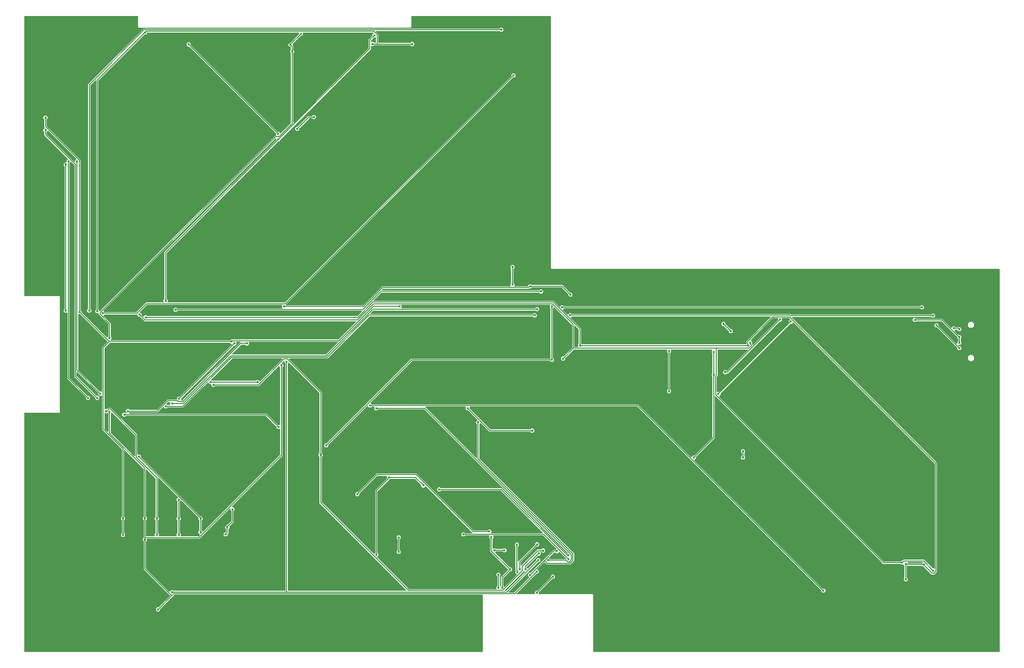
<source format=gbr>
G04 EAGLE Gerber RS-274X export*
G75*
%MOMM*%
%FSLAX34Y34*%
%LPD*%
%INBottom Copper*%
%IPPOS*%
%AMOC8*
5,1,8,0,0,1.08239X$1,22.5*%
G01*
G04 Define Apertures*
%ADD10C,0.150000*%
%ADD11C,0.452400*%
G36*
X799635Y2060D02*
X799338Y2000D01*
X2762Y2000D01*
X2487Y2051D01*
X2232Y2215D01*
X2060Y2465D01*
X2000Y2762D01*
X2000Y418338D01*
X2051Y418613D01*
X2215Y418868D01*
X2465Y419040D01*
X2762Y419100D01*
X63448Y419100D01*
X63488Y419106D01*
X63491Y419107D01*
X63500Y419162D01*
X63500Y427204D01*
X63556Y427490D01*
X63604Y427562D01*
X63604Y613788D01*
X63560Y613852D01*
X63500Y614150D01*
X63500Y622248D01*
X63494Y622288D01*
X63493Y622291D01*
X63438Y622300D01*
X2762Y622300D01*
X2487Y622351D01*
X2232Y622515D01*
X2060Y622765D01*
X2000Y623062D01*
X2000Y1109238D01*
X2051Y1109513D01*
X2215Y1109768D01*
X2465Y1109940D01*
X2762Y1110000D01*
X199256Y1110000D01*
X199531Y1109949D01*
X199786Y1109785D01*
X199958Y1109535D01*
X200018Y1109238D01*
X200018Y1091056D01*
X201636Y1089438D01*
X674244Y1089438D01*
X675862Y1091056D01*
X675862Y1109238D01*
X675913Y1109513D01*
X676077Y1109768D01*
X676327Y1109940D01*
X676624Y1110000D01*
X918476Y1110000D01*
X918751Y1109949D01*
X919006Y1109785D01*
X919178Y1109535D01*
X919238Y1109238D01*
X919238Y670856D01*
X920856Y669238D01*
X1699238Y669238D01*
X1699513Y669187D01*
X1699768Y669023D01*
X1699940Y668773D01*
X1700000Y668476D01*
X1700000Y2762D01*
X1699949Y2487D01*
X1699785Y2232D01*
X1699535Y2060D01*
X1699238Y2000D01*
X993524Y2000D01*
X993249Y2051D01*
X992994Y2215D01*
X992822Y2465D01*
X992762Y2762D01*
X992762Y100838D01*
X992813Y101113D01*
X992977Y101368D01*
X993227Y101540D01*
X993524Y101600D01*
X992622Y101600D01*
X992336Y101656D01*
X992083Y101823D01*
X991144Y102762D01*
X898312Y102762D01*
X898037Y102813D01*
X897781Y102977D01*
X897610Y103227D01*
X897550Y103524D01*
X897550Y105620D01*
X897605Y105906D01*
X897773Y106158D01*
X921512Y129897D01*
X921753Y130060D01*
X922050Y130121D01*
X923873Y130121D01*
X925942Y132190D01*
X925942Y135116D01*
X923873Y137185D01*
X920947Y137185D01*
X918878Y135116D01*
X918878Y133293D01*
X918822Y133007D01*
X918655Y132754D01*
X894916Y109015D01*
X894674Y108852D01*
X894377Y108792D01*
X892555Y108792D01*
X890486Y106723D01*
X890486Y103524D01*
X890434Y103249D01*
X890271Y102994D01*
X890021Y102822D01*
X889724Y102762D01*
X859513Y102762D01*
X859250Y102809D01*
X858992Y102968D01*
X858817Y103216D01*
X858751Y103512D01*
X858807Y103810D01*
X858975Y104063D01*
X893119Y138207D01*
X893361Y138370D01*
X893658Y138431D01*
X895481Y138431D01*
X897550Y140500D01*
X897550Y143426D01*
X895366Y145609D01*
X895208Y145840D01*
X895143Y146136D01*
X895198Y146434D01*
X895366Y146687D01*
X906982Y158303D01*
X907213Y158461D01*
X907509Y158526D01*
X907807Y158471D01*
X908060Y158303D01*
X911878Y154485D01*
X953024Y154485D01*
X959055Y160516D01*
X959055Y173962D01*
X794463Y338554D01*
X794300Y338795D01*
X794240Y339092D01*
X794240Y399052D01*
X794296Y399338D01*
X794463Y399591D01*
X795867Y400994D01*
X796097Y401152D01*
X796393Y401217D01*
X796691Y401162D01*
X796944Y400994D01*
X812158Y385780D01*
X883109Y385780D01*
X883395Y385724D01*
X883648Y385557D01*
X884937Y384268D01*
X887863Y384268D01*
X889932Y386337D01*
X889932Y389263D01*
X887863Y391332D01*
X884937Y391332D01*
X883648Y390043D01*
X883407Y389880D01*
X883109Y389820D01*
X814147Y389820D01*
X813861Y389876D01*
X813609Y390043D01*
X777970Y425682D01*
X777807Y425923D01*
X777747Y426220D01*
X777747Y428043D01*
X777683Y428107D01*
X777530Y428326D01*
X777461Y428621D01*
X777511Y428920D01*
X777675Y429176D01*
X777925Y429347D01*
X778222Y429408D01*
X1069453Y429408D01*
X1069739Y429352D01*
X1069991Y429184D01*
X1389555Y109621D01*
X1389718Y109379D01*
X1389778Y109082D01*
X1389778Y107260D01*
X1391847Y105191D01*
X1394773Y105191D01*
X1396842Y107260D01*
X1396842Y110186D01*
X1394773Y112255D01*
X1392950Y112255D01*
X1392664Y112310D01*
X1392412Y112478D01*
X1168903Y335986D01*
X1168745Y336216D01*
X1168680Y336512D01*
X1168736Y336811D01*
X1168903Y337063D01*
X1171087Y339247D01*
X1171087Y341070D01*
X1171143Y341356D01*
X1171310Y341608D01*
X1204200Y374498D01*
X1204200Y446871D01*
X1204247Y447134D01*
X1204406Y447393D01*
X1204654Y447568D01*
X1204950Y447633D01*
X1205248Y447577D01*
X1205501Y447410D01*
X1497041Y155870D01*
X1527134Y155870D01*
X1527420Y155814D01*
X1527673Y155647D01*
X1528962Y154358D01*
X1531888Y154358D01*
X1531964Y154434D01*
X1532194Y154592D01*
X1532490Y154657D01*
X1532788Y154601D01*
X1533041Y154434D01*
X1534414Y153061D01*
X1534577Y152819D01*
X1534638Y152522D01*
X1534638Y132096D01*
X1534582Y131810D01*
X1534414Y131557D01*
X1533126Y130268D01*
X1533126Y127342D01*
X1535195Y125273D01*
X1538121Y125273D01*
X1540190Y127342D01*
X1540190Y130268D01*
X1538901Y131557D01*
X1538738Y131798D01*
X1538678Y132096D01*
X1538678Y151646D01*
X1538729Y151920D01*
X1538892Y152176D01*
X1539142Y152347D01*
X1539440Y152408D01*
X1564529Y152408D01*
X1564815Y152352D01*
X1565068Y152184D01*
X1566357Y150896D01*
X1567487Y150896D01*
X1567773Y150840D01*
X1568026Y150672D01*
X1581526Y137173D01*
X1586662Y137173D01*
X1591308Y141818D01*
X1591308Y331852D01*
X1338548Y584612D01*
X1338395Y584831D01*
X1338325Y585126D01*
X1338376Y585425D01*
X1338539Y585681D01*
X1338789Y585852D01*
X1339086Y585913D01*
X1581149Y585913D01*
X1581435Y585857D01*
X1581688Y585689D01*
X1582977Y584401D01*
X1585903Y584401D01*
X1587972Y586470D01*
X1587972Y589396D01*
X1585903Y591465D01*
X1582977Y591465D01*
X1581688Y590176D01*
X1581447Y590013D01*
X1581149Y589953D01*
X1337677Y589953D01*
X1337391Y590008D01*
X1337139Y590176D01*
X1336669Y590645D01*
X955478Y590645D01*
X955192Y590701D01*
X954939Y590868D01*
X953651Y592157D01*
X950725Y592157D01*
X948541Y589973D01*
X948310Y589815D01*
X948014Y589750D01*
X947716Y589806D01*
X947463Y589973D01*
X939686Y597751D01*
X939528Y597981D01*
X939463Y598277D01*
X939518Y598576D01*
X939686Y598828D01*
X941089Y600232D01*
X941331Y600395D01*
X941628Y600455D01*
X1561759Y600455D01*
X1562045Y600399D01*
X1562298Y600232D01*
X1563587Y598943D01*
X1566513Y598943D01*
X1568582Y601012D01*
X1568582Y603938D01*
X1566513Y606007D01*
X1563587Y606007D01*
X1562298Y604718D01*
X1562057Y604555D01*
X1561759Y604495D01*
X941628Y604495D01*
X941342Y604551D01*
X941089Y604718D01*
X939801Y606007D01*
X936875Y606007D01*
X934691Y603823D01*
X934460Y603665D01*
X934164Y603600D01*
X933866Y603656D01*
X933613Y603823D01*
X923939Y613498D01*
X611269Y613498D01*
X611006Y613544D01*
X610747Y613704D01*
X610572Y613951D01*
X610507Y614247D01*
X610563Y614545D01*
X610730Y614798D01*
X623864Y627932D01*
X624105Y628095D01*
X624402Y628155D01*
X898344Y628155D01*
X898630Y628099D01*
X898883Y627932D01*
X900172Y626643D01*
X903098Y626643D01*
X905167Y628712D01*
X905167Y631638D01*
X903098Y633707D01*
X900172Y633707D01*
X898883Y632418D01*
X898642Y632255D01*
X898344Y632195D01*
X625811Y632195D01*
X625548Y632242D01*
X625290Y632401D01*
X625115Y632649D01*
X625049Y632945D01*
X625105Y633243D01*
X625273Y633496D01*
X626634Y634857D01*
X626875Y635020D01*
X627172Y635080D01*
X881004Y635080D01*
X881347Y635422D01*
X881588Y635585D01*
X881885Y635646D01*
X884401Y635646D01*
X885689Y636934D01*
X885931Y637097D01*
X886228Y637158D01*
X937185Y637158D01*
X937471Y637102D01*
X937724Y636934D01*
X949125Y625533D01*
X949288Y625292D01*
X949348Y624995D01*
X949348Y623172D01*
X951417Y621103D01*
X954343Y621103D01*
X956412Y623172D01*
X956412Y626098D01*
X954343Y628167D01*
X952520Y628167D01*
X952234Y628223D01*
X951982Y628390D01*
X939174Y641198D01*
X886228Y641198D01*
X885942Y641253D01*
X885689Y641421D01*
X884401Y642710D01*
X881475Y642710D01*
X879406Y640641D01*
X879406Y639882D01*
X879354Y639607D01*
X879191Y639352D01*
X878941Y639180D01*
X878644Y639120D01*
X855782Y639120D01*
X855519Y639167D01*
X855261Y639326D01*
X855085Y639574D01*
X855020Y639870D01*
X855076Y640168D01*
X855243Y640421D01*
X855307Y640485D01*
X855307Y643411D01*
X854018Y644699D01*
X853855Y644941D01*
X853795Y645238D01*
X853795Y669127D01*
X853851Y669413D01*
X854018Y669666D01*
X855307Y670955D01*
X855307Y673881D01*
X853238Y675950D01*
X850312Y675950D01*
X848243Y673881D01*
X848243Y670955D01*
X849532Y669666D01*
X849695Y669424D01*
X849755Y669127D01*
X849755Y645238D01*
X849699Y644952D01*
X849532Y644699D01*
X848243Y643411D01*
X848243Y640485D01*
X848307Y640421D01*
X848460Y640201D01*
X848530Y639906D01*
X848479Y639607D01*
X848315Y639352D01*
X848065Y639180D01*
X847768Y639120D01*
X625183Y639120D01*
X592166Y606103D01*
X591925Y605940D01*
X591628Y605880D01*
X458226Y605880D01*
X457963Y605927D01*
X457705Y606086D01*
X457530Y606334D01*
X457464Y606630D01*
X457520Y606928D01*
X457688Y607181D01*
X852954Y1002447D01*
X853196Y1002610D01*
X853493Y1002671D01*
X855316Y1002671D01*
X857385Y1004740D01*
X857385Y1007666D01*
X855316Y1009735D01*
X852390Y1009735D01*
X850321Y1007666D01*
X850321Y1005843D01*
X850265Y1005557D01*
X850097Y1005304D01*
X455744Y610951D01*
X455502Y610788D01*
X455205Y610728D01*
X251922Y610728D01*
X251659Y610774D01*
X251401Y610934D01*
X251225Y611181D01*
X251160Y611477D01*
X251216Y611775D01*
X251383Y612028D01*
X251447Y612092D01*
X251447Y615018D01*
X250158Y616307D01*
X249995Y616548D01*
X249935Y616846D01*
X249935Y696888D01*
X249991Y697174D01*
X250158Y697426D01*
X443687Y890955D01*
X443928Y891118D01*
X444225Y891178D01*
X445356Y891178D01*
X447425Y893247D01*
X447425Y894377D01*
X447480Y894663D01*
X447648Y894916D01*
X605188Y1052456D01*
X605188Y1056903D01*
X605234Y1057166D01*
X605394Y1057424D01*
X605641Y1057600D01*
X605937Y1057665D01*
X606235Y1057609D01*
X606488Y1057442D01*
X606552Y1057378D01*
X609478Y1057378D01*
X610767Y1058667D01*
X611008Y1058830D01*
X611306Y1058890D01*
X673974Y1058890D01*
X674260Y1058834D01*
X674513Y1058667D01*
X675802Y1057378D01*
X678728Y1057378D01*
X680797Y1059447D01*
X680797Y1062373D01*
X678728Y1064442D01*
X675802Y1064442D01*
X674513Y1063153D01*
X674272Y1062990D01*
X673974Y1062930D01*
X619107Y1062930D01*
X618832Y1062981D01*
X618577Y1063145D01*
X618405Y1063395D01*
X618345Y1063692D01*
X618345Y1078367D01*
X614193Y1082519D01*
X614040Y1082739D01*
X613970Y1083034D01*
X614021Y1083333D01*
X614184Y1083588D01*
X614434Y1083760D01*
X614731Y1083820D01*
X829094Y1083820D01*
X829380Y1083764D01*
X829633Y1083597D01*
X830922Y1082308D01*
X833848Y1082308D01*
X835917Y1084377D01*
X835917Y1087303D01*
X833848Y1089372D01*
X830922Y1089372D01*
X829633Y1088083D01*
X829392Y1087920D01*
X829094Y1087860D01*
X209683Y1087860D01*
X112935Y991112D01*
X112935Y600226D01*
X112879Y599940D01*
X112712Y599687D01*
X111423Y598398D01*
X111423Y595472D01*
X113492Y593403D01*
X116418Y593403D01*
X118487Y595472D01*
X118487Y598398D01*
X117198Y599687D01*
X117035Y599928D01*
X116975Y600226D01*
X116975Y989123D01*
X117031Y989409D01*
X117198Y989661D01*
X125484Y997947D01*
X125704Y998100D01*
X125999Y998170D01*
X126298Y998119D01*
X126553Y997956D01*
X126725Y997706D01*
X126785Y997409D01*
X126785Y598841D01*
X126729Y598555D01*
X126562Y598302D01*
X125273Y597013D01*
X125273Y594087D01*
X127342Y592018D01*
X130268Y592018D01*
X130332Y592082D01*
X130551Y592235D01*
X130846Y592305D01*
X131145Y592254D01*
X131401Y592090D01*
X131572Y591840D01*
X131633Y591543D01*
X131633Y589866D01*
X148029Y573469D01*
X148192Y573227D01*
X148253Y572930D01*
X148253Y552443D01*
X148197Y552157D01*
X148029Y551904D01*
X146741Y550616D01*
X146741Y550456D01*
X146694Y550193D01*
X146534Y549934D01*
X146287Y549759D01*
X145991Y549694D01*
X145693Y549750D01*
X145440Y549917D01*
X102090Y593267D01*
X101927Y593508D01*
X101867Y593805D01*
X101867Y595628D01*
X100578Y596917D01*
X100415Y597158D01*
X100355Y597456D01*
X100355Y858844D01*
X41023Y918176D01*
X40860Y918418D01*
X40800Y918715D01*
X40800Y929507D01*
X40856Y929793D01*
X41023Y930046D01*
X42312Y931335D01*
X42312Y934261D01*
X40243Y936330D01*
X37317Y936330D01*
X35248Y934261D01*
X35248Y931335D01*
X36537Y930046D01*
X36700Y929804D01*
X36760Y929507D01*
X36760Y916726D01*
X37432Y916054D01*
X37590Y915824D01*
X37655Y915528D01*
X37599Y915229D01*
X37432Y914977D01*
X35248Y912793D01*
X35248Y909867D01*
X36537Y908578D01*
X36700Y908337D01*
X36760Y908039D01*
X36760Y902183D01*
X38166Y900777D01*
X77597Y861347D01*
X77755Y861116D01*
X77820Y860820D01*
X77764Y860522D01*
X77597Y860269D01*
X75413Y858086D01*
X75413Y855377D01*
X75362Y855102D01*
X75198Y854846D01*
X74948Y854675D01*
X74651Y854615D01*
X72635Y854615D01*
X70566Y852546D01*
X70566Y849620D01*
X71854Y848331D01*
X72017Y848089D01*
X72078Y847792D01*
X72078Y600226D01*
X72022Y599940D01*
X71854Y599687D01*
X70566Y598398D01*
X70566Y595472D01*
X72635Y593403D01*
X75561Y593403D01*
X75624Y593467D01*
X75844Y593620D01*
X76139Y593690D01*
X76438Y593639D01*
X76693Y593475D01*
X76865Y593225D01*
X76925Y592928D01*
X76925Y477681D01*
X109122Y445483D01*
X109285Y445242D01*
X109346Y444945D01*
X109346Y443122D01*
X111415Y441053D01*
X114341Y441053D01*
X116410Y443122D01*
X116410Y446048D01*
X114341Y448117D01*
X112518Y448117D01*
X112232Y448173D01*
X111979Y448340D01*
X81188Y479131D01*
X81025Y479373D01*
X80965Y479670D01*
X80965Y853332D01*
X81021Y853618D01*
X81188Y853871D01*
X82592Y855274D01*
X82822Y855432D01*
X83118Y855497D01*
X83416Y855442D01*
X83669Y855274D01*
X88474Y850469D01*
X88637Y850227D01*
X88698Y849930D01*
X88698Y481836D01*
X125050Y445483D01*
X125213Y445242D01*
X125273Y444945D01*
X125273Y443122D01*
X127342Y441053D01*
X130268Y441053D01*
X132337Y443122D01*
X132337Y446048D01*
X130268Y448117D01*
X128445Y448117D01*
X128159Y448173D01*
X127907Y448340D01*
X92961Y483286D01*
X92798Y483528D01*
X92738Y483825D01*
X92738Y489114D01*
X92784Y489377D01*
X92944Y489635D01*
X93191Y489810D01*
X93487Y489876D01*
X93785Y489820D01*
X94038Y489652D01*
X130590Y453101D01*
X130753Y452859D01*
X130813Y452562D01*
X130813Y450740D01*
X132882Y448671D01*
X135808Y448671D01*
X135872Y448734D01*
X136091Y448887D01*
X136386Y448957D01*
X136685Y448906D01*
X136941Y448743D01*
X137112Y448493D01*
X137173Y448195D01*
X137173Y389733D01*
X171574Y355331D01*
X171737Y355090D01*
X171798Y354793D01*
X171798Y238048D01*
X171742Y237762D01*
X171574Y237509D01*
X170286Y236221D01*
X170286Y233295D01*
X171574Y232006D01*
X171737Y231764D01*
X171798Y231467D01*
X171798Y209656D01*
X171742Y209370D01*
X171574Y209117D01*
X170286Y207828D01*
X170286Y204902D01*
X172355Y202833D01*
X175281Y202833D01*
X177350Y204902D01*
X177350Y207828D01*
X176061Y209117D01*
X175898Y209358D01*
X175838Y209656D01*
X175838Y231467D01*
X175893Y231753D01*
X176061Y232006D01*
X177350Y233295D01*
X177350Y236221D01*
X176061Y237509D01*
X175898Y237751D01*
X175838Y238048D01*
X175838Y353384D01*
X175884Y353647D01*
X176044Y353905D01*
X176291Y354080D01*
X176587Y354146D01*
X176885Y354090D01*
X177138Y353922D01*
X209662Y321399D01*
X209825Y321157D01*
X209885Y320860D01*
X209885Y238048D01*
X209829Y237762D01*
X209662Y237509D01*
X208373Y236221D01*
X208373Y233295D01*
X209662Y232006D01*
X209825Y231764D01*
X209885Y231467D01*
X209885Y201346D01*
X209829Y201060D01*
X209662Y200807D01*
X208373Y199518D01*
X208373Y196592D01*
X209662Y195303D01*
X209825Y195062D01*
X209885Y194764D01*
X209885Y145973D01*
X255253Y100605D01*
X255411Y100375D01*
X255476Y100078D01*
X255421Y99780D01*
X255253Y99527D01*
X235656Y79930D01*
X235414Y79767D01*
X235117Y79707D01*
X233295Y79707D01*
X231226Y77638D01*
X231226Y74712D01*
X233295Y72643D01*
X236221Y72643D01*
X238290Y74712D01*
X238290Y76535D01*
X238345Y76821D01*
X238513Y77073D01*
X263071Y101632D01*
X263313Y101795D01*
X263610Y101855D01*
X799338Y101855D01*
X799613Y101804D01*
X799868Y101640D01*
X800040Y101390D01*
X800100Y101093D01*
X800100Y2762D01*
X800049Y2487D01*
X799885Y2232D01*
X799635Y2060D01*
G37*
%LPC*%
G36*
X475670Y909876D02*
X478596Y909876D01*
X480665Y911945D01*
X480665Y913767D01*
X480720Y914053D01*
X480888Y914306D01*
X497829Y931247D01*
X498070Y931410D01*
X498367Y931470D01*
X502927Y931470D01*
X503213Y931414D01*
X503466Y931247D01*
X504755Y929958D01*
X507681Y929958D01*
X509750Y932027D01*
X509750Y934953D01*
X507681Y937022D01*
X504755Y937022D01*
X503466Y935733D01*
X503224Y935570D01*
X502927Y935510D01*
X496378Y935510D01*
X478031Y917163D01*
X477789Y917000D01*
X477492Y916940D01*
X475670Y916940D01*
X473601Y914871D01*
X473601Y911945D01*
X475670Y909876D01*
G37*
G36*
X1628682Y527616D02*
X1631608Y527616D01*
X1633677Y529685D01*
X1633677Y532611D01*
X1631608Y534680D01*
X1629785Y534680D01*
X1629499Y534735D01*
X1629247Y534903D01*
X1628140Y536010D01*
X1627987Y536229D01*
X1627917Y536524D01*
X1627968Y536823D01*
X1628131Y537079D01*
X1628381Y537250D01*
X1628678Y537311D01*
X1631608Y537311D01*
X1633677Y539380D01*
X1633677Y542306D01*
X1632388Y543594D01*
X1632225Y543836D01*
X1632165Y544133D01*
X1632165Y547247D01*
X1632221Y547533D01*
X1632388Y547786D01*
X1633677Y549075D01*
X1633677Y552001D01*
X1631608Y554070D01*
X1629093Y554070D01*
X1628807Y554125D01*
X1628554Y554293D01*
X1621798Y561048D01*
X1621640Y561279D01*
X1621575Y561575D01*
X1621631Y561873D01*
X1621798Y562126D01*
X1623202Y563529D01*
X1623443Y563692D01*
X1623741Y563753D01*
X1625851Y563753D01*
X1626126Y563701D01*
X1626381Y563538D01*
X1626553Y563288D01*
X1626613Y562991D01*
X1626613Y562925D01*
X1628682Y560856D01*
X1631608Y560856D01*
X1633677Y562925D01*
X1633677Y565851D01*
X1631608Y567920D01*
X1628636Y567920D01*
X1628537Y567853D01*
X1628239Y567793D01*
X1623741Y567793D01*
X1623455Y567848D01*
X1623202Y568016D01*
X1621913Y569305D01*
X1618987Y569305D01*
X1616803Y567121D01*
X1616573Y566963D01*
X1616277Y566898D01*
X1615979Y566953D01*
X1615726Y567121D01*
X1600512Y582335D01*
X1555876Y582335D01*
X1555590Y582391D01*
X1555337Y582558D01*
X1554048Y583847D01*
X1551122Y583847D01*
X1549053Y581778D01*
X1549053Y578852D01*
X1551122Y576783D01*
X1554048Y576783D01*
X1555337Y578072D01*
X1555578Y578235D01*
X1555876Y578295D01*
X1598523Y578295D01*
X1598809Y578239D01*
X1599061Y578072D01*
X1626390Y550743D01*
X1626553Y550502D01*
X1626613Y550205D01*
X1626613Y549075D01*
X1627902Y547786D01*
X1628065Y547544D01*
X1628125Y547247D01*
X1628125Y544133D01*
X1628069Y543847D01*
X1627902Y543594D01*
X1626613Y542306D01*
X1626613Y539376D01*
X1626566Y539113D01*
X1626407Y538854D01*
X1626159Y538679D01*
X1625863Y538614D01*
X1625565Y538670D01*
X1625312Y538837D01*
X1593735Y570414D01*
X1593572Y570656D01*
X1593512Y570953D01*
X1593512Y572776D01*
X1591443Y574845D01*
X1588517Y574845D01*
X1586448Y572776D01*
X1586448Y569850D01*
X1588517Y567781D01*
X1590340Y567781D01*
X1590626Y567725D01*
X1590878Y567557D01*
X1626390Y532046D01*
X1626553Y531804D01*
X1626613Y531507D01*
X1626613Y529685D01*
X1628682Y527616D01*
G37*
G36*
X1648195Y566650D02*
X1652545Y566650D01*
X1655620Y569725D01*
X1655620Y574075D01*
X1652545Y577150D01*
X1648195Y577150D01*
X1645120Y574075D01*
X1645120Y569725D01*
X1648195Y566650D01*
G37*
G36*
X1648195Y508850D02*
X1652545Y508850D01*
X1655620Y511925D01*
X1655620Y516275D01*
X1652545Y519350D01*
X1648195Y519350D01*
X1645120Y516275D01*
X1645120Y511925D01*
X1648195Y508850D01*
G37*
G36*
X1251962Y337178D02*
X1254888Y337178D01*
X1256957Y339247D01*
X1256957Y342173D01*
X1255668Y343462D01*
X1255505Y343703D01*
X1255445Y344001D01*
X1255445Y348499D01*
X1255501Y348785D01*
X1255668Y349038D01*
X1256957Y350327D01*
X1256957Y353253D01*
X1254888Y355322D01*
X1251962Y355322D01*
X1249893Y353253D01*
X1249893Y350327D01*
X1251182Y349038D01*
X1251345Y348797D01*
X1251405Y348499D01*
X1251405Y344001D01*
X1251349Y343715D01*
X1251182Y343462D01*
X1249893Y342173D01*
X1249893Y339247D01*
X1251962Y337178D01*
G37*
%LPD*%
G36*
X471231Y924280D02*
X470936Y924210D01*
X470637Y924261D01*
X470382Y924424D01*
X470210Y924674D01*
X470150Y924971D01*
X470150Y1045154D01*
X470206Y1045440D01*
X470373Y1045693D01*
X471662Y1046982D01*
X471662Y1049908D01*
X470373Y1051197D01*
X470210Y1051438D01*
X470150Y1051736D01*
X470150Y1057592D01*
X469115Y1058627D01*
X468952Y1058868D01*
X468892Y1059165D01*
X468892Y1060577D01*
X468948Y1060863D01*
X469115Y1061116D01*
X482467Y1074467D01*
X482708Y1074630D01*
X483005Y1074691D01*
X484828Y1074691D01*
X486897Y1076760D01*
X486897Y1079686D01*
X486833Y1079749D01*
X486680Y1079969D01*
X486611Y1080264D01*
X486661Y1080563D01*
X486825Y1080818D01*
X487075Y1080990D01*
X487372Y1081050D01*
X609548Y1081050D01*
X609811Y1081003D01*
X610069Y1080844D01*
X610245Y1080596D01*
X610310Y1080300D01*
X610254Y1080002D01*
X610087Y1079749D01*
X607946Y1077608D01*
X607946Y1075785D01*
X607890Y1075499D01*
X607722Y1075247D01*
X601148Y1068672D01*
X601148Y1054445D01*
X601092Y1054159D01*
X600924Y1053906D01*
X471451Y924433D01*
X471231Y924280D01*
G37*
G36*
X133418Y596162D02*
X133123Y596092D01*
X132824Y596143D01*
X132569Y596306D01*
X132397Y596556D01*
X132337Y596853D01*
X132337Y597013D01*
X131048Y598302D01*
X130885Y598543D01*
X130825Y598841D01*
X130825Y996740D01*
X130881Y997026D01*
X131048Y997279D01*
X211007Y1077237D01*
X211248Y1077400D01*
X211545Y1077461D01*
X213368Y1077461D01*
X215437Y1079530D01*
X215437Y1080288D01*
X215488Y1080563D01*
X215652Y1080818D01*
X215902Y1080990D01*
X216199Y1081050D01*
X479358Y1081050D01*
X479621Y1081003D01*
X479879Y1080844D01*
X480055Y1080596D01*
X480120Y1080300D01*
X480064Y1080002D01*
X479897Y1079749D01*
X479833Y1079686D01*
X479833Y1077863D01*
X479777Y1077577D01*
X479610Y1077324D01*
X465566Y1063280D01*
X465324Y1063117D01*
X465027Y1063057D01*
X463897Y1063057D01*
X461828Y1060988D01*
X461828Y1058062D01*
X463897Y1055993D01*
X465348Y1055993D01*
X465623Y1055942D01*
X465878Y1055778D01*
X466050Y1055528D01*
X466110Y1055231D01*
X466110Y1051736D01*
X466054Y1051450D01*
X465887Y1051197D01*
X464598Y1049908D01*
X464598Y1046982D01*
X465887Y1045693D01*
X466050Y1045452D01*
X466110Y1045154D01*
X466110Y923562D01*
X466054Y923276D01*
X465887Y923024D01*
X448617Y905753D01*
X448386Y905595D01*
X448090Y905530D01*
X447792Y905586D01*
X447539Y905753D01*
X445356Y907937D01*
X443533Y907937D01*
X443247Y907993D01*
X442994Y908160D01*
X291835Y1059319D01*
X291672Y1059561D01*
X291612Y1059858D01*
X291612Y1061681D01*
X289543Y1063750D01*
X286617Y1063750D01*
X284548Y1061681D01*
X284548Y1058755D01*
X286617Y1056686D01*
X288440Y1056686D01*
X288726Y1056630D01*
X288978Y1056462D01*
X440137Y905303D01*
X440300Y905062D01*
X440361Y904765D01*
X440361Y902942D01*
X440424Y902878D01*
X440577Y902659D01*
X440647Y902364D01*
X440596Y902065D01*
X440433Y901809D01*
X440183Y901638D01*
X439885Y901578D01*
X438901Y901578D01*
X133638Y596315D01*
X133418Y596162D01*
G37*
G36*
X613840Y1062990D02*
X613543Y1062930D01*
X611306Y1062930D01*
X611020Y1062986D01*
X610767Y1063153D01*
X609478Y1064442D01*
X606552Y1064442D01*
X606488Y1064378D01*
X606269Y1064225D01*
X605974Y1064156D01*
X605675Y1064206D01*
X605419Y1064370D01*
X605248Y1064620D01*
X605188Y1064917D01*
X605188Y1066683D01*
X605243Y1066969D01*
X605411Y1067221D01*
X610579Y1072390D01*
X610821Y1072553D01*
X611118Y1072613D01*
X612941Y1072613D01*
X613004Y1072677D01*
X613224Y1072830D01*
X613519Y1072900D01*
X613818Y1072849D01*
X614073Y1072685D01*
X614245Y1072435D01*
X614305Y1072138D01*
X614305Y1063692D01*
X614254Y1063417D01*
X614090Y1063162D01*
X613840Y1062990D01*
G37*
G36*
X89502Y855844D02*
X89206Y855779D01*
X88908Y855835D01*
X88655Y856002D01*
X41023Y903634D01*
X40860Y903875D01*
X40800Y904172D01*
X40800Y908039D01*
X40856Y908325D01*
X41023Y908578D01*
X42427Y909982D01*
X42657Y910140D01*
X42953Y910205D01*
X43251Y910149D01*
X43504Y909982D01*
X92139Y861347D01*
X92297Y861116D01*
X92362Y860820D01*
X92307Y860522D01*
X92139Y860269D01*
X89956Y858086D01*
X89956Y856541D01*
X89909Y856278D01*
X89749Y856019D01*
X89502Y855844D01*
G37*
G36*
X197200Y594168D02*
X196903Y594108D01*
X141791Y594108D01*
X141505Y594163D01*
X141252Y594331D01*
X139848Y595734D01*
X139690Y595965D01*
X139625Y596261D01*
X139681Y596559D01*
X139848Y596812D01*
X439060Y896023D01*
X439279Y896176D01*
X439574Y896246D01*
X439873Y896195D01*
X440129Y896032D01*
X440300Y895781D01*
X440361Y895484D01*
X440361Y893658D01*
X440305Y893372D01*
X440137Y893119D01*
X245895Y698877D01*
X245895Y616846D01*
X245839Y616560D01*
X245672Y616307D01*
X244383Y615018D01*
X244383Y612092D01*
X244447Y612028D01*
X244600Y611809D01*
X244670Y611514D01*
X244619Y611215D01*
X244455Y610959D01*
X244205Y610788D01*
X243908Y610728D01*
X213838Y610728D01*
X197441Y594331D01*
X197200Y594168D01*
G37*
G36*
X611063Y172930D02*
X610767Y172865D01*
X610469Y172921D01*
X610216Y173088D01*
X520233Y263071D01*
X520070Y263313D01*
X520010Y263610D01*
X520010Y342267D01*
X520066Y342553D01*
X520233Y342806D01*
X521522Y344095D01*
X521522Y347021D01*
X520233Y348309D01*
X520070Y348551D01*
X520010Y348848D01*
X520010Y455117D01*
X463228Y511899D01*
X463075Y512119D01*
X463005Y512414D01*
X463056Y512713D01*
X463219Y512968D01*
X463469Y513140D01*
X463766Y513200D01*
X529907Y513200D01*
X603089Y586382D01*
X603330Y586545D01*
X603627Y586605D01*
X887264Y586605D01*
X887550Y586549D01*
X887803Y586382D01*
X889092Y585093D01*
X892018Y585093D01*
X894087Y587162D01*
X894087Y590088D01*
X892018Y592157D01*
X889092Y592157D01*
X887803Y590868D01*
X887562Y590705D01*
X887264Y590645D01*
X605036Y590645D01*
X604773Y590692D01*
X604515Y590851D01*
X604340Y591099D01*
X604274Y591395D01*
X604330Y591693D01*
X604498Y591946D01*
X609321Y596769D01*
X609563Y596932D01*
X609860Y596993D01*
X891419Y596993D01*
X891705Y596937D01*
X891958Y596769D01*
X893247Y595481D01*
X896173Y595481D01*
X898242Y597550D01*
X898242Y600476D01*
X896173Y602545D01*
X893247Y602545D01*
X891958Y601256D01*
X891717Y601093D01*
X891419Y601033D01*
X659112Y601033D01*
X658849Y601079D01*
X658591Y601239D01*
X658415Y601486D01*
X658350Y601782D01*
X658406Y602080D01*
X658573Y602333D01*
X658637Y602397D01*
X658637Y605323D01*
X658573Y605387D01*
X658420Y605606D01*
X658351Y605901D01*
X658401Y606200D01*
X658565Y606456D01*
X658815Y606627D01*
X659112Y606688D01*
X916325Y606688D01*
X916589Y606641D01*
X916847Y606481D01*
X917022Y606234D01*
X917087Y605938D01*
X917032Y605640D01*
X916864Y605387D01*
X916801Y605323D01*
X916801Y602397D01*
X918089Y601108D01*
X918252Y600867D01*
X918313Y600569D01*
X918313Y514356D01*
X918257Y514070D01*
X918089Y513817D01*
X917581Y513308D01*
X917339Y513145D01*
X917042Y513085D01*
X675736Y513085D01*
X528583Y365933D01*
X528342Y365770D01*
X528045Y365710D01*
X526222Y365710D01*
X524153Y363641D01*
X524153Y360715D01*
X526222Y358646D01*
X529148Y358646D01*
X531217Y360715D01*
X531217Y362537D01*
X531273Y362823D01*
X531440Y363076D01*
X599027Y430663D01*
X599247Y430816D01*
X599542Y430886D01*
X599841Y430835D01*
X600096Y430672D01*
X600268Y430421D01*
X600328Y430124D01*
X600328Y429965D01*
X602397Y427896D01*
X605323Y427896D01*
X606612Y429184D01*
X606853Y429347D01*
X607151Y429408D01*
X610933Y429408D01*
X611196Y429361D01*
X611454Y429201D01*
X611630Y428954D01*
X611695Y428658D01*
X611639Y428360D01*
X611472Y428107D01*
X611408Y428043D01*
X611408Y425117D01*
X613477Y423048D01*
X616403Y423048D01*
X617692Y424337D01*
X617933Y424500D01*
X618231Y424560D01*
X698273Y424560D01*
X698559Y424504D01*
X698811Y424337D01*
X948069Y175079D01*
X948227Y174849D01*
X948292Y174553D01*
X948237Y174254D01*
X948069Y174002D01*
X947848Y173781D01*
X947618Y173623D01*
X947322Y173558D01*
X947024Y173613D01*
X946771Y173781D01*
X834628Y285924D01*
X833222Y287330D01*
X727646Y287330D01*
X727360Y287386D01*
X727107Y287553D01*
X725818Y288842D01*
X722892Y288842D01*
X720823Y286773D01*
X720823Y283847D01*
X722892Y281778D01*
X725818Y281778D01*
X727107Y283067D01*
X727348Y283230D01*
X727646Y283290D01*
X831233Y283290D01*
X831519Y283234D01*
X831771Y283067D01*
X904460Y210378D01*
X904613Y210159D01*
X904683Y209864D01*
X904632Y209565D01*
X904469Y209309D01*
X904218Y209138D01*
X903921Y209078D01*
X815617Y209078D01*
X815354Y209124D01*
X815096Y209284D01*
X814920Y209531D01*
X814855Y209827D01*
X814911Y210125D01*
X815078Y210378D01*
X815142Y210442D01*
X815142Y213368D01*
X813073Y215437D01*
X810147Y215437D01*
X808858Y214148D01*
X808617Y213985D01*
X808319Y213925D01*
X784370Y213925D01*
X784084Y213981D01*
X783831Y214148D01*
X685027Y312953D01*
X614796Y312953D01*
X582598Y280755D01*
X582357Y280592D01*
X582060Y280532D01*
X580237Y280532D01*
X578168Y278463D01*
X578168Y275537D01*
X580237Y273468D01*
X583163Y273468D01*
X585232Y275537D01*
X585232Y277360D01*
X585288Y277646D01*
X585455Y277898D01*
X616246Y308689D01*
X616488Y308852D01*
X616785Y308913D01*
X633093Y308913D01*
X633356Y308866D01*
X633614Y308706D01*
X633790Y308459D01*
X633855Y308163D01*
X633799Y307865D01*
X633632Y307612D01*
X633568Y307548D01*
X633568Y305033D01*
X633512Y304747D01*
X633345Y304494D01*
X612920Y284069D01*
X612920Y175031D01*
X612864Y174745D01*
X612697Y174492D01*
X611293Y173088D01*
X611063Y172930D01*
G37*
G36*
X209413Y586353D02*
X209117Y586288D01*
X208819Y586343D01*
X208566Y586511D01*
X205965Y589112D01*
X205802Y589353D01*
X205742Y589650D01*
X205742Y591473D01*
X203558Y593657D01*
X203400Y593887D01*
X203335Y594183D01*
X203391Y594481D01*
X203558Y594734D01*
X215289Y606464D01*
X215530Y606627D01*
X215827Y606688D01*
X450273Y606688D01*
X450536Y606641D01*
X450794Y606481D01*
X450970Y606234D01*
X451035Y605938D01*
X450979Y605640D01*
X450812Y605387D01*
X450748Y605323D01*
X450748Y602397D01*
X451504Y601641D01*
X451657Y601421D01*
X451727Y601126D01*
X451676Y600827D01*
X451513Y600572D01*
X451263Y600400D01*
X450965Y600340D01*
X268518Y600340D01*
X268232Y600396D01*
X267979Y600563D01*
X266691Y601852D01*
X263765Y601852D01*
X261696Y599783D01*
X261696Y596857D01*
X263765Y594788D01*
X266691Y594788D01*
X267979Y596077D01*
X268221Y596240D01*
X268518Y596300D01*
X588834Y596300D01*
X589097Y596253D01*
X589355Y596094D01*
X589530Y595846D01*
X589596Y595550D01*
X589540Y595252D01*
X589372Y594999D01*
X581779Y587406D01*
X581537Y587243D01*
X581240Y587183D01*
X216581Y587183D01*
X216295Y587238D01*
X216042Y587406D01*
X214753Y588695D01*
X211827Y588695D01*
X209643Y586511D01*
X209413Y586353D01*
G37*
G36*
X1163678Y341900D02*
X1163382Y341835D01*
X1163084Y341891D01*
X1162831Y342058D01*
X1071442Y433448D01*
X607151Y433448D01*
X606865Y433503D01*
X606612Y433671D01*
X605323Y434960D01*
X605163Y434960D01*
X604900Y435006D01*
X604642Y435166D01*
X604467Y435413D01*
X604401Y435709D01*
X604457Y436007D01*
X604625Y436260D01*
X677186Y508822D01*
X677428Y508985D01*
X677725Y509045D01*
X917042Y509045D01*
X917328Y508989D01*
X917581Y508822D01*
X918870Y507533D01*
X921796Y507533D01*
X923865Y509602D01*
X923865Y512528D01*
X922576Y513817D01*
X922413Y514058D01*
X922353Y514356D01*
X922353Y600569D01*
X922408Y600855D01*
X922576Y601108D01*
X923979Y602512D01*
X924210Y602670D01*
X924506Y602735D01*
X924804Y602679D01*
X925057Y602512D01*
X955484Y572084D01*
X955647Y571842D01*
X955708Y571545D01*
X955708Y532300D01*
X955652Y532014D01*
X955484Y531761D01*
X940621Y516898D01*
X940379Y516735D01*
X940082Y516675D01*
X938260Y516675D01*
X936191Y514606D01*
X936191Y511680D01*
X938260Y509611D01*
X941186Y509611D01*
X943255Y511680D01*
X943255Y513502D01*
X943310Y513788D01*
X943478Y514041D01*
X958341Y528904D01*
X958583Y529067D01*
X958880Y529128D01*
X1120613Y529128D01*
X1120876Y529081D01*
X1121134Y528921D01*
X1121310Y528674D01*
X1121375Y528378D01*
X1121319Y528080D01*
X1121152Y527827D01*
X1121088Y527763D01*
X1121088Y524837D01*
X1122377Y523548D01*
X1122540Y523307D01*
X1122600Y523009D01*
X1122600Y459648D01*
X1122544Y459362D01*
X1122377Y459109D01*
X1121088Y457821D01*
X1121088Y454895D01*
X1123157Y452826D01*
X1126083Y452826D01*
X1128152Y454895D01*
X1128152Y457821D01*
X1126863Y459109D01*
X1126700Y459351D01*
X1126640Y459648D01*
X1126640Y523009D01*
X1126696Y523295D01*
X1126863Y523548D01*
X1128152Y524837D01*
X1128152Y527763D01*
X1128088Y527827D01*
X1127935Y528046D01*
X1127866Y528341D01*
X1127916Y528640D01*
X1128080Y528896D01*
X1128330Y529067D01*
X1128627Y529128D01*
X1199558Y529128D01*
X1199821Y529081D01*
X1200079Y528921D01*
X1200255Y528674D01*
X1200320Y528378D01*
X1200264Y528080D01*
X1200097Y527827D01*
X1198648Y526378D01*
X1198648Y523452D01*
X1199937Y522163D01*
X1200100Y521922D01*
X1200160Y521624D01*
X1200160Y488041D01*
X1200104Y487755D01*
X1199937Y487502D01*
X1198648Y486213D01*
X1198648Y483287D01*
X1199937Y481998D01*
X1200100Y481757D01*
X1200160Y481459D01*
X1200160Y376487D01*
X1200104Y376201D01*
X1199937Y375949D01*
X1168453Y344465D01*
X1168212Y344302D01*
X1167915Y344242D01*
X1166092Y344242D01*
X1163908Y342058D01*
X1163678Y341900D01*
G37*
G36*
X136719Y455513D02*
X136423Y455448D01*
X136125Y455503D01*
X135872Y455671D01*
X135808Y455735D01*
X133985Y455735D01*
X133699Y455790D01*
X133447Y455958D01*
X95731Y493674D01*
X95568Y493915D01*
X95508Y494212D01*
X95508Y590158D01*
X95554Y590421D01*
X95714Y590679D01*
X95961Y590855D01*
X96257Y590920D01*
X96555Y590864D01*
X96808Y590697D01*
X96872Y590633D01*
X98695Y590633D01*
X98981Y590577D01*
X99233Y590410D01*
X146531Y543113D01*
X146689Y542882D01*
X146754Y542586D01*
X146698Y542288D01*
X146531Y542035D01*
X137173Y532677D01*
X137173Y456210D01*
X137126Y455946D01*
X136966Y455688D01*
X136719Y455513D01*
G37*
G36*
X359877Y545000D02*
X359579Y544940D01*
X152895Y544940D01*
X152631Y544987D01*
X152373Y545146D01*
X152198Y545394D01*
X152133Y545690D01*
X152188Y545988D01*
X152356Y546241D01*
X153805Y547690D01*
X153805Y550616D01*
X152516Y551904D01*
X152353Y552146D01*
X152293Y552443D01*
X152293Y574919D01*
X150886Y576326D01*
X139848Y587363D01*
X139690Y587594D01*
X139625Y587890D01*
X139681Y588188D01*
X139848Y588441D01*
X141252Y589844D01*
X141493Y590007D01*
X141791Y590068D01*
X197916Y590068D01*
X198191Y590016D01*
X198446Y589853D01*
X198618Y589603D01*
X198678Y589306D01*
X198678Y588547D01*
X200747Y586478D01*
X202570Y586478D01*
X202856Y586422D01*
X203108Y586255D01*
X211068Y578295D01*
X579139Y578295D01*
X579402Y578248D01*
X579660Y578089D01*
X579835Y577841D01*
X579901Y577545D01*
X579845Y577247D01*
X579677Y576994D01*
X549231Y546548D01*
X548990Y546385D01*
X548693Y546325D01*
X364776Y546325D01*
X364490Y546381D01*
X364382Y546452D01*
X361407Y546452D01*
X360118Y545163D01*
X359877Y545000D01*
G37*
G36*
X1258558Y538075D02*
X1258261Y538015D01*
X972791Y538015D01*
X972505Y538071D01*
X972252Y538238D01*
X971743Y538747D01*
X971580Y538988D01*
X971520Y539286D01*
X971520Y565917D01*
X970114Y567323D01*
X953536Y583901D01*
X953378Y584131D01*
X953313Y584427D01*
X953368Y584726D01*
X953536Y584978D01*
X954939Y586382D01*
X955181Y586545D01*
X955478Y586605D01*
X1300724Y586605D01*
X1300987Y586558D01*
X1301245Y586399D01*
X1301420Y586151D01*
X1301486Y585855D01*
X1301430Y585557D01*
X1301262Y585304D01*
X1259023Y543064D01*
X1259023Y538777D01*
X1258971Y538502D01*
X1258808Y538247D01*
X1258558Y538075D01*
G37*
%LPC*%
G36*
X1230495Y557393D02*
X1233421Y557393D01*
X1235490Y559462D01*
X1235490Y562388D01*
X1233421Y564457D01*
X1231598Y564457D01*
X1231312Y564513D01*
X1231059Y564680D01*
X1223248Y572492D01*
X1223085Y572733D01*
X1223025Y573030D01*
X1223025Y574853D01*
X1220956Y576922D01*
X1218030Y576922D01*
X1215961Y574853D01*
X1215961Y571927D01*
X1218030Y569858D01*
X1219852Y569858D01*
X1220138Y569802D01*
X1220391Y569635D01*
X1228202Y561823D01*
X1228365Y561582D01*
X1228426Y561285D01*
X1228426Y559462D01*
X1230495Y557393D01*
G37*
%LPD*%
G36*
X1270376Y536480D02*
X1270081Y536410D01*
X1269782Y536461D01*
X1269527Y536624D01*
X1269355Y536874D01*
X1269295Y537171D01*
X1269295Y538226D01*
X1269158Y538426D01*
X1269093Y538722D01*
X1269148Y539021D01*
X1269316Y539273D01*
X1269422Y539380D01*
X1269422Y542306D01*
X1267238Y544489D01*
X1267080Y544720D01*
X1267015Y545016D01*
X1267071Y545314D01*
X1267238Y545567D01*
X1305284Y583612D01*
X1305525Y583775D01*
X1305822Y583835D01*
X1313820Y583835D01*
X1314084Y583788D01*
X1314342Y583629D01*
X1314517Y583381D01*
X1314582Y583085D01*
X1314527Y582787D01*
X1314359Y582534D01*
X1314296Y582471D01*
X1314296Y580648D01*
X1314240Y580362D01*
X1314072Y580109D01*
X1270596Y536633D01*
X1270376Y536480D01*
G37*
G36*
X1208744Y454825D02*
X1208449Y454756D01*
X1208150Y454806D01*
X1207894Y454970D01*
X1207723Y455220D01*
X1207663Y455517D01*
X1207663Y480828D01*
X1207718Y481114D01*
X1207886Y481366D01*
X1209048Y482528D01*
X1209048Y528366D01*
X1209099Y528640D01*
X1209262Y528896D01*
X1209512Y529067D01*
X1209810Y529128D01*
X1261251Y529128D01*
X1261514Y529081D01*
X1261773Y528921D01*
X1261948Y528674D01*
X1262013Y528378D01*
X1261957Y528080D01*
X1261790Y527827D01*
X1225948Y491985D01*
X1225718Y491827D01*
X1225421Y491762D01*
X1225123Y491817D01*
X1224870Y491985D01*
X1223726Y493130D01*
X1220800Y493130D01*
X1218731Y491061D01*
X1218731Y488135D01*
X1220800Y486066D01*
X1223726Y486066D01*
X1225014Y487354D01*
X1225256Y487517D01*
X1225553Y487578D01*
X1227254Y487578D01*
X1316929Y577252D01*
X1317171Y577415D01*
X1317468Y577476D01*
X1319291Y577476D01*
X1321360Y579545D01*
X1321360Y582471D01*
X1321296Y582534D01*
X1321143Y582754D01*
X1321073Y583049D01*
X1321124Y583348D01*
X1321287Y583603D01*
X1321537Y583775D01*
X1321835Y583835D01*
X1333295Y583835D01*
X1333581Y583779D01*
X1333834Y583612D01*
X1335177Y582269D01*
X1335335Y582039D01*
X1335400Y581743D01*
X1335344Y581444D01*
X1335177Y581192D01*
X1332993Y579008D01*
X1332993Y577185D01*
X1332937Y576899D01*
X1332770Y576647D01*
X1211388Y455265D01*
X1211147Y455102D01*
X1210850Y455042D01*
X1209027Y455042D01*
X1208963Y454978D01*
X1208744Y454825D01*
G37*
G36*
X1586814Y147350D02*
X1586518Y147285D01*
X1586220Y147341D01*
X1585967Y147508D01*
X1585903Y147572D01*
X1584080Y147572D01*
X1583794Y147628D01*
X1583542Y147795D01*
X1568657Y162680D01*
X1532358Y162680D01*
X1531323Y161645D01*
X1531082Y161482D01*
X1530785Y161422D01*
X1528962Y161422D01*
X1527673Y160133D01*
X1527432Y159970D01*
X1527134Y159910D01*
X1499030Y159910D01*
X1498744Y159966D01*
X1498491Y160133D01*
X1211838Y446786D01*
X1211680Y447016D01*
X1211615Y447312D01*
X1211671Y447611D01*
X1211838Y447863D01*
X1214022Y450047D01*
X1214022Y451870D01*
X1214078Y452156D01*
X1214245Y452408D01*
X1335627Y573790D01*
X1335868Y573953D01*
X1336165Y574013D01*
X1337988Y574013D01*
X1340172Y576197D01*
X1340402Y576355D01*
X1340698Y576420D01*
X1340996Y576364D01*
X1341249Y576197D01*
X1587044Y330401D01*
X1587207Y330160D01*
X1587268Y329863D01*
X1587268Y148047D01*
X1587221Y147784D01*
X1587061Y147526D01*
X1586814Y147350D01*
G37*
G36*
X965790Y533228D02*
X965493Y533168D01*
X960510Y533168D01*
X960235Y533219D01*
X959979Y533382D01*
X959808Y533632D01*
X959748Y533930D01*
X959748Y570136D01*
X959794Y570399D01*
X959954Y570658D01*
X960201Y570833D01*
X960497Y570898D01*
X960795Y570842D01*
X961048Y570675D01*
X967257Y564466D01*
X967420Y564225D01*
X967480Y563928D01*
X967480Y539286D01*
X967424Y539000D01*
X967257Y538747D01*
X965968Y537458D01*
X965968Y534532D01*
X966032Y534468D01*
X966185Y534249D01*
X966255Y533954D01*
X966204Y533655D01*
X966040Y533399D01*
X965790Y533228D01*
G37*
G36*
X526830Y520070D02*
X526533Y520010D01*
X364046Y520010D01*
X363783Y520057D01*
X363525Y520216D01*
X363350Y520464D01*
X363284Y520760D01*
X363340Y521058D01*
X363508Y521311D01*
X379411Y537214D01*
X379653Y537377D01*
X379950Y537438D01*
X386587Y537438D01*
X386873Y537382D01*
X387126Y537214D01*
X388415Y535926D01*
X391341Y535926D01*
X393410Y537995D01*
X393410Y540921D01*
X393346Y540984D01*
X393193Y541204D01*
X393123Y541499D01*
X393174Y541798D01*
X393337Y542053D01*
X393587Y542225D01*
X393885Y542285D01*
X547284Y542285D01*
X547547Y542238D01*
X547805Y542079D01*
X547980Y541831D01*
X548046Y541535D01*
X547990Y541237D01*
X547822Y540984D01*
X527071Y520233D01*
X526830Y520070D01*
G37*
G36*
X276837Y440433D02*
X276540Y440373D01*
X275467Y440373D01*
X275204Y440419D01*
X274946Y440579D01*
X274770Y440826D01*
X274705Y441122D01*
X274761Y441420D01*
X274928Y441673D01*
X274992Y441737D01*
X274992Y443560D01*
X275048Y443846D01*
X275215Y444098D01*
X366819Y535702D01*
X367061Y535865D01*
X367358Y535926D01*
X369181Y535926D01*
X371250Y537995D01*
X371250Y540921D01*
X371186Y540984D01*
X371033Y541204D01*
X370963Y541499D01*
X371014Y541798D01*
X371177Y542053D01*
X371427Y542225D01*
X371725Y542285D01*
X376929Y542285D01*
X377192Y542238D01*
X377450Y542079D01*
X377625Y541831D01*
X377691Y541535D01*
X377635Y541237D01*
X377467Y540984D01*
X277079Y440596D01*
X276837Y440433D01*
G37*
G36*
X313349Y211710D02*
X313053Y211645D01*
X312754Y211701D01*
X312502Y211868D01*
X311098Y213272D01*
X310935Y213513D01*
X310875Y213811D01*
X310875Y231467D01*
X310931Y231753D01*
X311098Y232006D01*
X312387Y233295D01*
X312387Y236221D01*
X310318Y238290D01*
X309188Y238290D01*
X308902Y238345D01*
X308649Y238513D01*
X205273Y341889D01*
X205110Y342131D01*
X205050Y342428D01*
X205050Y344251D01*
X202981Y346320D01*
X200055Y346320D01*
X199991Y346256D01*
X199771Y346103D01*
X199476Y346033D01*
X199177Y346084D01*
X198922Y346247D01*
X198750Y346497D01*
X198690Y346795D01*
X198690Y381019D01*
X152494Y427215D01*
X148051Y427215D01*
X146323Y425488D01*
X146082Y425325D01*
X145785Y425265D01*
X142577Y425265D01*
X142513Y425201D01*
X142294Y425048D01*
X141999Y424978D01*
X141700Y425029D01*
X141444Y425192D01*
X141273Y425442D01*
X141213Y425740D01*
X141213Y530688D01*
X141268Y530974D01*
X141436Y531226D01*
X150886Y540677D01*
X151128Y540840D01*
X151425Y540900D01*
X359579Y540900D01*
X359865Y540844D01*
X360118Y540677D01*
X361407Y539388D01*
X362952Y539388D01*
X363215Y539341D01*
X363473Y539182D01*
X363648Y538934D01*
X363714Y538638D01*
X363658Y538340D01*
X363490Y538087D01*
X272358Y446955D01*
X272117Y446792D01*
X271820Y446732D01*
X269997Y446732D01*
X267928Y444663D01*
X267928Y442520D01*
X267877Y442245D01*
X267713Y441989D01*
X267463Y441818D01*
X267166Y441758D01*
X250541Y441758D01*
X232759Y423976D01*
X232517Y423813D01*
X232220Y423753D01*
X185418Y423753D01*
X185132Y423808D01*
X184879Y423976D01*
X183591Y425265D01*
X180665Y425265D01*
X178596Y423196D01*
X178596Y420270D01*
X180044Y418821D01*
X180197Y418601D01*
X180267Y418306D01*
X180216Y418007D01*
X180053Y417752D01*
X179803Y417580D01*
X179505Y417520D01*
X179186Y417520D01*
X178900Y417576D01*
X178647Y417743D01*
X177358Y419032D01*
X174432Y419032D01*
X172363Y416963D01*
X172363Y414037D01*
X174432Y411968D01*
X177358Y411968D01*
X178647Y413257D01*
X178888Y413420D01*
X179186Y413480D01*
X421965Y413480D01*
X422251Y413424D01*
X422504Y413257D01*
X440830Y394931D01*
X440993Y394689D01*
X441053Y394392D01*
X441053Y392570D01*
X443122Y390501D01*
X446048Y390501D01*
X446112Y390564D01*
X446331Y390717D01*
X446626Y390787D01*
X446925Y390736D01*
X447181Y390573D01*
X447352Y390323D01*
X447413Y390025D01*
X447413Y346017D01*
X447357Y345731D01*
X447189Y345479D01*
X313579Y211868D01*
X313349Y211710D01*
G37*
G36*
X412376Y473475D02*
X412080Y473410D01*
X411782Y473466D01*
X411529Y473633D01*
X409346Y475817D01*
X406420Y475817D01*
X405131Y474528D01*
X404889Y474365D01*
X404592Y474305D01*
X329458Y474305D01*
X329172Y474361D01*
X328919Y474528D01*
X327516Y475932D01*
X327358Y476162D01*
X327293Y476458D01*
X327348Y476756D01*
X327516Y477009D01*
X363484Y512977D01*
X363725Y513140D01*
X364022Y513200D01*
X450334Y513200D01*
X450597Y513153D01*
X450855Y512994D01*
X451030Y512746D01*
X451096Y512450D01*
X451040Y512152D01*
X450872Y511899D01*
X412607Y473633D01*
X412376Y473475D01*
G37*
G36*
X255009Y107252D02*
X254713Y107186D01*
X254415Y107242D01*
X254162Y107410D01*
X214148Y147424D01*
X213985Y147665D01*
X213925Y147962D01*
X213925Y194764D01*
X213981Y195050D01*
X214148Y195303D01*
X215437Y196592D01*
X215437Y198736D01*
X215488Y199010D01*
X215652Y199266D01*
X215902Y199437D01*
X216199Y199498D01*
X306922Y199498D01*
X359422Y251998D01*
X359642Y252151D01*
X359937Y252221D01*
X360236Y252170D01*
X360491Y252007D01*
X360663Y251756D01*
X360723Y251459D01*
X360723Y249222D01*
X362012Y247933D01*
X362175Y247692D01*
X362235Y247394D01*
X362235Y230370D01*
X362179Y230084D01*
X362012Y229831D01*
X355458Y223278D01*
X355217Y223115D01*
X354920Y223055D01*
X353790Y223055D01*
X351721Y220986D01*
X351721Y218060D01*
X353009Y216771D01*
X353172Y216529D01*
X353233Y216232D01*
X353233Y211352D01*
X353181Y211077D01*
X353018Y210821D01*
X352768Y210650D01*
X352471Y210590D01*
X351020Y210590D01*
X348951Y208521D01*
X348951Y205595D01*
X351020Y203526D01*
X353946Y203526D01*
X356015Y205595D01*
X356015Y207417D01*
X356070Y207703D01*
X356238Y207956D01*
X357273Y208991D01*
X357273Y216232D01*
X357328Y216518D01*
X357496Y216771D01*
X358785Y218060D01*
X358785Y220575D01*
X358840Y220861D01*
X359008Y221113D01*
X366275Y228381D01*
X366275Y247394D01*
X366331Y247680D01*
X366498Y247933D01*
X367787Y249222D01*
X367787Y252148D01*
X365718Y254217D01*
X363481Y254217D01*
X363218Y254264D01*
X362959Y254423D01*
X362784Y254671D01*
X362719Y254967D01*
X362775Y255265D01*
X362942Y255518D01*
X451453Y344028D01*
X451453Y498079D01*
X451508Y498365D01*
X451676Y498618D01*
X452965Y499907D01*
X452965Y502833D01*
X450781Y505017D01*
X450623Y505247D01*
X450558Y505543D01*
X450613Y505841D01*
X450781Y506094D01*
X453602Y508915D01*
X453822Y509068D01*
X454117Y509138D01*
X454416Y509087D01*
X454671Y508924D01*
X454843Y508674D01*
X454903Y508377D01*
X454903Y506140D01*
X456192Y504851D01*
X456355Y504609D01*
X456415Y504312D01*
X456415Y109427D01*
X456364Y109152D01*
X456200Y108897D01*
X455950Y108725D01*
X455653Y108665D01*
X262286Y108665D01*
X262000Y108721D01*
X261747Y108888D01*
X260458Y110177D01*
X257532Y110177D01*
X255463Y108108D01*
X255463Y107948D01*
X255416Y107685D01*
X255257Y107427D01*
X255009Y107252D01*
G37*
G36*
X667383Y108725D02*
X667086Y108665D01*
X461217Y108665D01*
X460942Y108716D01*
X460687Y108880D01*
X460515Y109130D01*
X460455Y109427D01*
X460455Y504312D01*
X460511Y504598D01*
X460678Y504851D01*
X462082Y506254D01*
X462312Y506412D01*
X462608Y506477D01*
X462906Y506422D01*
X463159Y506254D01*
X515747Y453666D01*
X515910Y453425D01*
X515970Y453128D01*
X515970Y348848D01*
X515914Y348562D01*
X515747Y348309D01*
X514458Y347021D01*
X514458Y344095D01*
X515747Y342806D01*
X515910Y342564D01*
X515970Y342267D01*
X515970Y261621D01*
X667625Y109966D01*
X667778Y109746D01*
X667848Y109451D01*
X667797Y109152D01*
X667634Y108897D01*
X667383Y108725D01*
G37*
G36*
X446959Y397343D02*
X446663Y397278D01*
X446365Y397333D01*
X446112Y397501D01*
X446048Y397565D01*
X444225Y397565D01*
X443939Y397620D01*
X443687Y397788D01*
X423954Y417520D01*
X184750Y417520D01*
X184486Y417567D01*
X184228Y417726D01*
X184053Y417974D01*
X183988Y418270D01*
X184043Y418568D01*
X184211Y418821D01*
X184879Y419489D01*
X185121Y419652D01*
X185418Y419713D01*
X234209Y419713D01*
X243191Y428694D01*
X243421Y428852D01*
X243717Y428917D01*
X244016Y428862D01*
X244268Y428694D01*
X246452Y426511D01*
X249378Y426511D01*
X250667Y427799D01*
X250908Y427962D01*
X251206Y428023D01*
X278529Y428023D01*
X321443Y470937D01*
X321674Y471095D01*
X321970Y471160D01*
X322268Y471104D01*
X322521Y470937D01*
X324705Y468753D01*
X326721Y468753D01*
X326996Y468702D01*
X327251Y468538D01*
X327423Y468288D01*
X327483Y467991D01*
X327483Y465975D01*
X329552Y463906D01*
X332478Y463906D01*
X333767Y465194D01*
X334008Y465357D01*
X334306Y465418D01*
X410104Y465418D01*
X444708Y500022D01*
X444939Y500180D01*
X445235Y500245D01*
X445533Y500189D01*
X445786Y500022D01*
X447189Y498618D01*
X447352Y498377D01*
X447413Y498079D01*
X447413Y398040D01*
X447366Y397776D01*
X447206Y397518D01*
X446959Y397343D01*
G37*
G36*
X255285Y432123D02*
X254988Y432063D01*
X251206Y432063D01*
X250920Y432118D01*
X250667Y432286D01*
X249263Y433689D01*
X249105Y433920D01*
X249040Y434216D01*
X249096Y434514D01*
X249263Y434767D01*
X251991Y437494D01*
X252233Y437657D01*
X252530Y437718D01*
X254988Y437718D01*
X255251Y437671D01*
X255509Y437511D01*
X255685Y437264D01*
X255750Y436968D01*
X255694Y436670D01*
X255527Y436417D01*
X255463Y436353D01*
X255463Y433427D01*
X255527Y433363D01*
X255680Y433144D01*
X255750Y432849D01*
X255699Y432550D01*
X255535Y432294D01*
X255285Y432123D01*
G37*
G36*
X789746Y339805D02*
X789450Y339739D01*
X789152Y339795D01*
X788899Y339963D01*
X700755Y428107D01*
X700602Y428326D01*
X700532Y428621D01*
X700583Y428920D01*
X700747Y429176D01*
X700997Y429347D01*
X701294Y429408D01*
X770208Y429408D01*
X770471Y429361D01*
X770729Y429201D01*
X770905Y428954D01*
X770970Y428658D01*
X770914Y428360D01*
X770747Y428107D01*
X770683Y428043D01*
X770683Y425117D01*
X772752Y423048D01*
X774575Y423048D01*
X774861Y422992D01*
X775113Y422825D01*
X790872Y407067D01*
X791030Y406836D01*
X791095Y406540D01*
X791039Y406242D01*
X790872Y405989D01*
X788688Y403806D01*
X788688Y400880D01*
X789977Y399591D01*
X790140Y399349D01*
X790200Y399052D01*
X790200Y340501D01*
X790153Y340238D01*
X789994Y339980D01*
X789746Y339805D01*
G37*
G36*
X194196Y343267D02*
X193900Y343202D01*
X193602Y343258D01*
X193349Y343425D01*
X152516Y384259D01*
X152353Y384500D01*
X152293Y384797D01*
X152293Y417057D01*
X152348Y417343D01*
X152516Y417596D01*
X153919Y418999D01*
X154150Y419157D01*
X154446Y419222D01*
X154744Y419167D01*
X154997Y418999D01*
X194427Y379569D01*
X194590Y379327D01*
X194650Y379030D01*
X194650Y343964D01*
X194603Y343701D01*
X194444Y343442D01*
X194196Y343267D01*
G37*
G36*
X147799Y385510D02*
X147503Y385444D01*
X147205Y385500D01*
X146952Y385668D01*
X141436Y391184D01*
X141273Y391425D01*
X141213Y391722D01*
X141213Y417725D01*
X141259Y417989D01*
X141419Y418247D01*
X141666Y418422D01*
X141962Y418487D01*
X142260Y418432D01*
X142513Y418264D01*
X142577Y418201D01*
X145503Y418201D01*
X145925Y418622D01*
X146155Y418780D01*
X146452Y418846D01*
X146750Y418790D01*
X147003Y418622D01*
X148029Y417596D01*
X148192Y417354D01*
X148253Y417057D01*
X148253Y386206D01*
X148206Y385943D01*
X148046Y385685D01*
X147799Y385510D01*
G37*
G36*
X228970Y203598D02*
X228673Y203538D01*
X214687Y203538D01*
X214412Y203589D01*
X214157Y203752D01*
X213985Y204002D01*
X213925Y204300D01*
X213925Y231467D01*
X213981Y231753D01*
X214148Y232006D01*
X215437Y233295D01*
X215437Y236221D01*
X214148Y237509D01*
X213985Y237751D01*
X213925Y238048D01*
X213925Y319451D01*
X213972Y319714D01*
X214131Y319973D01*
X214379Y320148D01*
X214675Y320213D01*
X214973Y320157D01*
X215226Y319990D01*
X230437Y304779D01*
X230600Y304537D01*
X230660Y304240D01*
X230660Y238048D01*
X230604Y237762D01*
X230437Y237509D01*
X229148Y236221D01*
X229148Y233295D01*
X230437Y232006D01*
X230600Y231764D01*
X230660Y231467D01*
X230660Y209656D01*
X230604Y209370D01*
X230437Y209117D01*
X229148Y207828D01*
X229148Y204902D01*
X229212Y204838D01*
X229365Y204619D01*
X229435Y204324D01*
X229384Y204025D01*
X229220Y203769D01*
X228970Y203598D01*
G37*
G36*
X267058Y203598D02*
X266760Y203538D01*
X236687Y203538D01*
X236424Y203584D01*
X236166Y203744D01*
X235990Y203991D01*
X235925Y204287D01*
X235981Y204585D01*
X236148Y204838D01*
X236212Y204902D01*
X236212Y207828D01*
X234923Y209117D01*
X234760Y209358D01*
X234700Y209656D01*
X234700Y231467D01*
X234756Y231753D01*
X234923Y232006D01*
X236212Y233295D01*
X236212Y236221D01*
X234923Y237509D01*
X234760Y237751D01*
X234700Y238048D01*
X234700Y304909D01*
X234747Y305172D01*
X234906Y305430D01*
X235154Y305605D01*
X235450Y305671D01*
X235748Y305615D01*
X236001Y305447D01*
X269419Y272029D01*
X269577Y271799D01*
X269642Y271503D01*
X269587Y271204D01*
X269419Y270952D01*
X267236Y268768D01*
X267236Y265842D01*
X268524Y264553D01*
X268687Y264312D01*
X268748Y264014D01*
X268748Y238048D01*
X268692Y237762D01*
X268524Y237509D01*
X267236Y236221D01*
X267236Y233295D01*
X268524Y232006D01*
X268687Y231764D01*
X268748Y231467D01*
X268748Y209656D01*
X268692Y209370D01*
X268524Y209117D01*
X267236Y207828D01*
X267236Y204902D01*
X267299Y204838D01*
X267452Y204619D01*
X267522Y204324D01*
X267471Y204025D01*
X267308Y203769D01*
X267058Y203598D01*
G37*
G36*
X823828Y111495D02*
X823530Y111435D01*
X672185Y111435D01*
X671899Y111491D01*
X671646Y111658D01*
X616288Y167016D01*
X616130Y167246D01*
X616065Y167542D01*
X616121Y167841D01*
X616288Y168093D01*
X618472Y170277D01*
X618472Y173203D01*
X617183Y174492D01*
X617020Y174733D01*
X616960Y175031D01*
X616960Y282080D01*
X617016Y282366D01*
X617183Y282619D01*
X636894Y302330D01*
X637136Y302493D01*
X637433Y302553D01*
X638563Y302553D01*
X639852Y303842D01*
X640093Y304005D01*
X640391Y304065D01*
X681653Y304065D01*
X681939Y304009D01*
X682191Y303842D01*
X692900Y293133D01*
X693063Y292892D01*
X693123Y292595D01*
X693123Y290772D01*
X695192Y288703D01*
X698118Y288703D01*
X700302Y290887D01*
X700532Y291045D01*
X700828Y291110D01*
X701126Y291054D01*
X701379Y290887D01*
X781887Y210378D01*
X782040Y210159D01*
X782110Y209864D01*
X782059Y209565D01*
X781896Y209309D01*
X781646Y209138D01*
X781349Y209078D01*
X769888Y209078D01*
X769602Y209133D01*
X769349Y209301D01*
X768061Y210590D01*
X765135Y210590D01*
X763066Y208521D01*
X763066Y205595D01*
X765135Y203526D01*
X768061Y203526D01*
X769349Y204814D01*
X769591Y204977D01*
X769888Y205038D01*
X811065Y205038D01*
X811329Y204991D01*
X811587Y204831D01*
X811762Y204584D01*
X811827Y204288D01*
X811772Y203990D01*
X811604Y203737D01*
X811541Y203673D01*
X811541Y200747D01*
X812829Y199458D01*
X812992Y199217D01*
X813053Y198919D01*
X813053Y177828D01*
X843865Y147016D01*
X844028Y146774D01*
X844088Y146477D01*
X844088Y145065D01*
X844032Y144779D01*
X843865Y144527D01*
X831750Y132412D01*
X831750Y117553D01*
X831694Y117267D01*
X831527Y117014D01*
X831193Y116680D01*
X830962Y116522D01*
X830666Y116457D01*
X830368Y116513D01*
X830115Y116680D01*
X829781Y117014D01*
X829618Y117256D01*
X829558Y117553D01*
X829558Y133824D01*
X829613Y134110D01*
X829781Y134363D01*
X831070Y135652D01*
X831070Y138578D01*
X829001Y140647D01*
X826075Y140647D01*
X824006Y138578D01*
X824006Y135652D01*
X825294Y134363D01*
X825457Y134122D01*
X825518Y133824D01*
X825518Y117553D01*
X825462Y117267D01*
X825294Y117014D01*
X824006Y115726D01*
X824006Y112800D01*
X824069Y112736D01*
X824222Y112516D01*
X824292Y112221D01*
X824241Y111922D01*
X824078Y111667D01*
X823828Y111495D01*
G37*
%LPC*%
G36*
X652257Y173056D02*
X655183Y173056D01*
X657252Y175125D01*
X657252Y178051D01*
X655963Y179339D01*
X655800Y179581D01*
X655740Y179878D01*
X655740Y198227D01*
X655796Y198513D01*
X655963Y198766D01*
X657252Y200055D01*
X657252Y202981D01*
X655183Y205050D01*
X652257Y205050D01*
X650188Y202981D01*
X650188Y200055D01*
X651477Y198766D01*
X651640Y198524D01*
X651700Y198227D01*
X651700Y179878D01*
X651644Y179592D01*
X651477Y179339D01*
X650188Y178051D01*
X650188Y175125D01*
X652257Y173056D01*
G37*
%LPD*%
G36*
X305230Y203598D02*
X304933Y203538D01*
X274775Y203538D01*
X274511Y203584D01*
X274253Y203744D01*
X274078Y203991D01*
X274013Y204287D01*
X274068Y204585D01*
X274236Y204838D01*
X274300Y204902D01*
X274300Y207828D01*
X273011Y209117D01*
X272848Y209358D01*
X272788Y209656D01*
X272788Y231467D01*
X272843Y231753D01*
X273011Y232006D01*
X274300Y233295D01*
X274300Y236221D01*
X273011Y237509D01*
X272848Y237751D01*
X272788Y238048D01*
X272788Y264014D01*
X272843Y264300D01*
X273011Y264553D01*
X274414Y265957D01*
X274645Y266115D01*
X274941Y266180D01*
X275239Y266124D01*
X275492Y265957D01*
X305100Y236348D01*
X305263Y236107D01*
X305323Y235810D01*
X305323Y233295D01*
X306612Y232006D01*
X306775Y231764D01*
X306835Y231467D01*
X306835Y213811D01*
X306779Y213525D01*
X306612Y213272D01*
X305323Y211983D01*
X305323Y209057D01*
X307507Y206873D01*
X307665Y206643D01*
X307730Y206347D01*
X307674Y206049D01*
X307507Y205796D01*
X305471Y203761D01*
X305230Y203598D01*
G37*
G36*
X855075Y105955D02*
X854778Y105895D01*
X845334Y105895D01*
X845071Y105942D01*
X844812Y106101D01*
X844637Y106349D01*
X844572Y106645D01*
X844628Y106943D01*
X844795Y107196D01*
X895889Y158290D01*
X896131Y158453D01*
X896428Y158513D01*
X898251Y158513D01*
X900320Y160582D01*
X900320Y163508D01*
X898251Y165577D01*
X895325Y165577D01*
X893256Y163508D01*
X893256Y161685D01*
X893200Y161399D01*
X893032Y161147D01*
X879352Y147466D01*
X879121Y147308D01*
X878825Y147243D01*
X878527Y147298D01*
X878274Y147466D01*
X876871Y148869D01*
X876708Y149111D01*
X876648Y149408D01*
X876648Y149813D01*
X876703Y150099D01*
X876871Y150351D01*
X896582Y170062D01*
X896823Y170225D01*
X897120Y170286D01*
X898943Y170286D01*
X901012Y172355D01*
X901012Y175281D01*
X900948Y175344D01*
X900795Y175564D01*
X900726Y175859D01*
X900776Y176158D01*
X900940Y176413D01*
X901190Y176585D01*
X901487Y176645D01*
X901807Y176645D01*
X902093Y176589D01*
X902346Y176422D01*
X903635Y175133D01*
X906561Y175133D01*
X908630Y177202D01*
X908630Y180128D01*
X906561Y182197D01*
X903635Y182197D01*
X902346Y180908D01*
X902104Y180745D01*
X901807Y180685D01*
X895258Y180685D01*
X867561Y152988D01*
X867341Y152835D01*
X867046Y152765D01*
X866747Y152816D01*
X866492Y152979D01*
X866320Y153229D01*
X866260Y153526D01*
X866260Y158123D01*
X866316Y158409D01*
X866483Y158661D01*
X893812Y185990D01*
X894053Y186153D01*
X894350Y186213D01*
X896173Y186213D01*
X898242Y188282D01*
X898242Y191208D01*
X896173Y193277D01*
X893247Y193277D01*
X891178Y191208D01*
X891178Y189385D01*
X891122Y189099D01*
X890955Y188847D01*
X862713Y160605D01*
X862494Y160452D01*
X862199Y160382D01*
X861900Y160433D01*
X861644Y160597D01*
X861473Y160847D01*
X861413Y161144D01*
X861413Y185762D01*
X861468Y186048D01*
X861636Y186301D01*
X862925Y187590D01*
X862925Y190516D01*
X860856Y192585D01*
X857930Y192585D01*
X855861Y190516D01*
X855861Y187590D01*
X857149Y186301D01*
X857312Y186059D01*
X857373Y185762D01*
X857373Y143886D01*
X857510Y143686D01*
X857575Y143390D01*
X857519Y143092D01*
X857352Y142839D01*
X857246Y142733D01*
X857246Y139807D01*
X859429Y137623D01*
X859587Y137393D01*
X859652Y137097D01*
X859597Y136799D01*
X859429Y136546D01*
X838494Y115611D01*
X838264Y115453D01*
X837968Y115388D01*
X837669Y115443D01*
X837417Y115611D01*
X836013Y117014D01*
X835850Y117256D01*
X835790Y117553D01*
X835790Y130423D01*
X835846Y130709D01*
X836013Y130961D01*
X847414Y142362D01*
X847656Y142525D01*
X847953Y142586D01*
X849083Y142586D01*
X851152Y144655D01*
X851152Y147581D01*
X849083Y149650D01*
X847260Y149650D01*
X846974Y149705D01*
X846722Y149873D01*
X821961Y174633D01*
X821803Y174864D01*
X821738Y175160D01*
X821793Y175458D01*
X821961Y175711D01*
X823364Y177114D01*
X823606Y177277D01*
X823903Y177338D01*
X834634Y177338D01*
X834920Y177282D01*
X835173Y177114D01*
X836462Y175826D01*
X839388Y175826D01*
X841457Y177895D01*
X841457Y180821D01*
X839388Y182890D01*
X836462Y182890D01*
X835173Y181601D01*
X834932Y181438D01*
X834634Y181378D01*
X823903Y181378D01*
X823617Y181433D01*
X823364Y181601D01*
X822076Y182890D01*
X819150Y182890D01*
X818393Y182133D01*
X818174Y181980D01*
X817879Y181911D01*
X817580Y181961D01*
X817324Y182125D01*
X817153Y182375D01*
X817093Y182672D01*
X817093Y198919D01*
X817148Y199205D01*
X817316Y199458D01*
X818605Y200747D01*
X818605Y203673D01*
X818541Y203737D01*
X818388Y203956D01*
X818318Y204251D01*
X818369Y204550D01*
X818532Y204806D01*
X818782Y204977D01*
X819080Y205038D01*
X905330Y205038D01*
X905616Y204982D01*
X905869Y204814D01*
X927987Y182697D01*
X928145Y182466D01*
X928210Y182170D01*
X928154Y181872D01*
X927987Y181619D01*
X926583Y180216D01*
X926342Y180053D01*
X926044Y179993D01*
X922958Y179993D01*
X883143Y140178D01*
X882902Y140015D01*
X882605Y139955D01*
X880782Y139955D01*
X878713Y137886D01*
X878713Y134960D01*
X880897Y132776D01*
X881055Y132545D01*
X881120Y132249D01*
X881064Y131951D01*
X880897Y131698D01*
X855316Y106118D01*
X855075Y105955D01*
G37*
G36*
X945076Y164125D02*
X944779Y164065D01*
X917391Y164065D01*
X917105Y164121D01*
X916852Y164288D01*
X915448Y165692D01*
X915290Y165922D01*
X915225Y166218D01*
X915281Y166516D01*
X915448Y166769D01*
X924409Y175729D01*
X924650Y175892D01*
X924947Y175953D01*
X926044Y175953D01*
X926330Y175897D01*
X926583Y175729D01*
X927872Y174441D01*
X930798Y174441D01*
X932982Y176624D01*
X933212Y176782D01*
X933508Y176847D01*
X933806Y176792D01*
X934059Y176624D01*
X945317Y165366D01*
X945470Y165146D01*
X945540Y164851D01*
X945489Y164552D01*
X945326Y164297D01*
X945076Y164125D01*
G37*
G36*
X1564827Y156508D02*
X1564529Y156448D01*
X1540952Y156448D01*
X1540677Y156499D01*
X1540421Y156662D01*
X1540250Y156912D01*
X1540190Y157210D01*
X1540190Y157276D01*
X1540126Y157339D01*
X1539973Y157559D01*
X1539903Y157854D01*
X1539954Y158153D01*
X1540117Y158408D01*
X1540367Y158580D01*
X1540665Y158640D01*
X1565198Y158640D01*
X1565461Y158593D01*
X1565719Y158434D01*
X1565895Y158186D01*
X1565960Y157890D01*
X1565904Y157592D01*
X1565737Y157339D01*
X1565068Y156671D01*
X1564827Y156508D01*
G37*
G36*
X840532Y108725D02*
X840235Y108665D01*
X839101Y108665D01*
X838838Y108712D01*
X838580Y108871D01*
X838405Y109119D01*
X838339Y109415D01*
X838395Y109713D01*
X838563Y109966D01*
X871108Y142511D01*
X871108Y142803D01*
X871154Y143066D01*
X871314Y143324D01*
X871561Y143500D01*
X871857Y143565D01*
X872155Y143509D01*
X872408Y143342D01*
X873279Y142471D01*
X873437Y142240D01*
X873502Y141944D01*
X873447Y141646D01*
X873279Y141393D01*
X840774Y108888D01*
X840532Y108725D01*
G37*
D10*
X938338Y602475D02*
X1565050Y602475D01*
X894710Y599013D02*
X608708Y599013D01*
X527685Y517990D01*
X361485Y517990D01*
X278385Y434890D01*
X258995Y434890D01*
D11*
X1565050Y602475D03*
X938338Y602475D03*
X894710Y599013D03*
X258995Y434890D03*
D10*
X1336525Y587933D02*
X1584440Y587933D01*
X1336525Y587933D02*
X1335833Y588625D01*
X952188Y588625D01*
X890555Y588625D02*
X602475Y588625D01*
X529070Y515220D01*
X362870Y515220D01*
X277693Y430043D01*
X247915Y430043D01*
D11*
X1584440Y587933D03*
X952188Y588625D03*
X890555Y588625D03*
X247915Y430043D03*
D10*
X1630145Y540843D02*
X1630145Y550538D01*
X1599675Y580315D02*
X1552585Y580315D01*
X1599675Y580315D02*
X1629453Y550538D01*
X1630145Y550538D01*
D11*
X1630145Y540843D03*
X1630145Y550538D03*
X1552585Y580315D03*
D10*
X74098Y596935D02*
X74098Y851083D01*
X497215Y933490D02*
X506218Y933490D01*
X497215Y933490D02*
X477133Y913408D01*
X637100Y306085D02*
X682805Y306085D01*
X696655Y292235D01*
X1202180Y484750D02*
X1202180Y524915D01*
X1202180Y484750D02*
X1202180Y375335D01*
X1167555Y340710D01*
X614940Y283233D02*
X614940Y171740D01*
X614940Y283233D02*
X637100Y305393D01*
X637100Y306085D01*
D11*
X74098Y596935D03*
X74098Y851083D03*
X506218Y933490D03*
X477133Y913408D03*
X637100Y306085D03*
X696655Y292235D03*
X1202180Y524915D03*
X1202180Y484750D03*
X1167555Y340710D03*
X614940Y171740D03*
D10*
X1589980Y571313D02*
X1630145Y531148D01*
D11*
X1589980Y571313D03*
X1630145Y531148D03*
D10*
X1628760Y565773D02*
X1620450Y565773D01*
X1628760Y565773D02*
X1630145Y564388D01*
D11*
X1620450Y565773D03*
X1630145Y564388D03*
D10*
X355253Y219523D02*
X355253Y209828D01*
X352483Y207058D01*
X364255Y229218D02*
X364255Y250685D01*
X364255Y229218D02*
X355253Y220215D01*
X355253Y219523D01*
X78945Y478518D02*
X78945Y856623D01*
X78945Y478518D02*
X112878Y444585D01*
D11*
X355253Y219523D03*
X352483Y207058D03*
X364255Y250685D03*
X78945Y856623D03*
X112878Y444585D03*
D10*
X855930Y103875D02*
X894018Y141963D01*
X855930Y103875D02*
X262458Y103875D01*
X258649Y100066D02*
X234758Y76175D01*
X258649Y100066D02*
X262458Y103875D01*
X211905Y146810D02*
X211905Y198055D01*
X211905Y201518D01*
X211905Y234758D01*
X211905Y146810D02*
X258649Y100066D01*
X449433Y344865D02*
X449433Y501370D01*
X449433Y344865D02*
X306085Y201518D01*
X211905Y201518D01*
X150273Y383645D02*
X150273Y420348D01*
X150273Y383645D02*
X211905Y322013D01*
X211905Y234758D01*
X93488Y493060D02*
X93488Y856623D01*
X93488Y493060D02*
X134345Y452203D01*
D11*
X894018Y141963D03*
X234758Y76175D03*
X211905Y234758D03*
X449433Y501370D03*
X211905Y198055D03*
X150273Y420348D03*
X93488Y856623D03*
X134345Y452203D03*
D10*
X173818Y234758D02*
X173818Y206365D01*
X149580Y542920D02*
X362870Y542920D01*
X149580Y542920D02*
X98335Y594165D01*
X38780Y917563D02*
X38780Y932798D01*
X38780Y917563D02*
X98335Y858008D01*
X98335Y594165D01*
X609400Y603860D02*
X655105Y603860D01*
X609400Y603860D02*
X549845Y544305D01*
X364948Y544305D01*
X363563Y542920D01*
X362870Y542920D01*
X173818Y355945D02*
X173818Y234758D01*
X173818Y355945D02*
X139193Y390570D01*
X139193Y531840D01*
X149580Y542228D01*
X149580Y542920D01*
D11*
X173818Y234758D03*
X173818Y206365D03*
X362870Y542920D03*
X98335Y594165D03*
X38780Y932798D03*
X655105Y603860D03*
D10*
X1219493Y573390D02*
X1231958Y560925D01*
D11*
X1219493Y573390D03*
X1231958Y560925D03*
D10*
X1253425Y351790D02*
X1253425Y340710D01*
D11*
X1253425Y351790D03*
X1253425Y340710D03*
D10*
X468130Y1048445D02*
X468130Y1056755D01*
X465360Y1059525D01*
X150273Y574083D02*
X150273Y549153D01*
X150273Y574083D02*
X133653Y590703D01*
X133653Y593473D01*
X439738Y899558D01*
X445278Y899558D01*
X468130Y922410D01*
X468130Y1048445D01*
X465360Y1060218D02*
X483365Y1078223D01*
X465360Y1060218D02*
X465360Y1059525D01*
D11*
X468130Y1048445D03*
X465360Y1059525D03*
X150273Y549153D03*
X483365Y1078223D03*
D10*
X920333Y603860D02*
X920333Y511065D01*
X676573Y511065D01*
X527685Y362178D01*
D11*
X920333Y511065D03*
X920333Y603860D03*
X527685Y362178D03*
D10*
X882938Y639178D02*
X938338Y639178D01*
X952880Y624635D01*
X233373Y421733D02*
X182128Y421733D01*
X233373Y421733D02*
X251378Y439738D01*
X268690Y439738D01*
X270075Y438353D01*
X277693Y438353D01*
X378798Y539458D01*
X389878Y539458D01*
X454280Y603860D02*
X592780Y603860D01*
X626020Y637100D01*
X880168Y637100D01*
X882245Y639178D01*
X882938Y639178D01*
D11*
X882938Y639178D03*
X952880Y624635D03*
X182128Y421733D03*
X389878Y539458D03*
X454280Y603860D03*
D10*
X896095Y178665D02*
X905098Y178665D01*
X896095Y178665D02*
X869088Y151658D01*
X869088Y143348D01*
X835155Y109415D01*
X671033Y109415D01*
X517990Y262458D01*
X517990Y345558D01*
X409268Y467438D02*
X331015Y467438D01*
X409268Y467438D02*
X454280Y512450D01*
X459820Y512450D01*
X517990Y454280D01*
X517990Y345558D01*
D11*
X905098Y178665D03*
X517990Y345558D03*
X331015Y467438D03*
D10*
X783218Y211905D02*
X811610Y211905D01*
X783218Y211905D02*
X684190Y310933D01*
X615633Y310933D01*
X581700Y277000D01*
X423118Y415500D02*
X175895Y415500D01*
X423118Y415500D02*
X444585Y394033D01*
D11*
X811610Y211905D03*
X581700Y277000D03*
X175895Y415500D03*
X444585Y394033D03*
D10*
X232680Y234758D02*
X232680Y206365D01*
X145425Y421733D02*
X144040Y421733D01*
X145425Y421733D02*
X148888Y425195D01*
X151658Y425195D01*
X196670Y380183D01*
X196670Y341403D01*
X232680Y305393D01*
X232680Y234758D01*
X38780Y903020D02*
X38780Y911330D01*
X38780Y903020D02*
X90718Y851083D01*
X90718Y482673D01*
X128805Y444585D01*
X841388Y106645D02*
X896788Y162045D01*
X458435Y106645D02*
X258995Y106645D01*
X458435Y106645D02*
X841388Y106645D01*
X458435Y106645D02*
X458435Y507603D01*
D11*
X232680Y234758D03*
X232680Y206365D03*
X144040Y421733D03*
X38780Y911330D03*
X128805Y444585D03*
X896788Y162045D03*
X258995Y106645D03*
X458435Y507603D03*
D10*
X247915Y613555D02*
X247915Y698040D01*
X444239Y894364D02*
X603168Y1053293D01*
X444239Y894364D02*
X247915Y698040D01*
X603168Y1053293D02*
X603168Y1067835D01*
X611478Y1076145D01*
X443893Y904405D02*
X288080Y1060218D01*
X443893Y894710D02*
X444239Y894364D01*
D11*
X247915Y613555D03*
X611478Y1076145D03*
X288080Y1060218D03*
X443893Y904405D03*
X443893Y894710D03*
D10*
X820613Y179358D02*
X837925Y179358D01*
X308855Y210520D02*
X308855Y234758D01*
X308855Y235450D02*
X201518Y342788D01*
X308855Y235450D02*
X308855Y234758D01*
D11*
X837925Y179358D03*
X820613Y179358D03*
X308855Y234758D03*
X308855Y210520D03*
X201518Y342788D03*
D10*
X270768Y234758D02*
X270768Y206365D01*
X271460Y443200D02*
X367718Y539458D01*
X270768Y267305D02*
X270768Y234758D01*
D11*
X270768Y234758D03*
X270768Y206365D03*
X367718Y539458D03*
X271460Y443200D03*
X270768Y267305D03*
D10*
X616325Y1060910D02*
X677265Y1060910D01*
X616325Y1060910D02*
X608015Y1060910D01*
X128805Y997893D02*
X128805Y595550D01*
X128805Y997893D02*
X211905Y1080993D01*
X616325Y1077530D02*
X616325Y1060910D01*
X616325Y1077530D02*
X610785Y1083070D01*
X214675Y1083070D01*
X212598Y1080993D01*
X211905Y1080993D01*
D11*
X608015Y1060910D03*
X677265Y1060910D03*
X128805Y595550D03*
X211905Y1080993D03*
D10*
X114955Y990275D02*
X114955Y596935D01*
X114955Y990275D02*
X210520Y1085840D01*
X832385Y1085840D01*
D11*
X114955Y596935D03*
X832385Y1085840D03*
D10*
X198055Y592088D02*
X138500Y592088D01*
X198055Y592088D02*
X214675Y608708D01*
X456358Y608708D01*
X853853Y1006203D01*
D11*
X138500Y592088D03*
X853853Y1006203D03*
D10*
X591395Y598320D02*
X265228Y598320D01*
X591395Y598320D02*
X623250Y630175D01*
X901635Y630175D01*
D11*
X265228Y598320D03*
X901635Y630175D03*
D10*
X1567820Y160660D02*
X1584440Y144040D01*
X1567820Y160660D02*
X1533195Y160660D01*
X1530425Y157890D01*
X1265890Y538765D02*
X1265890Y540843D01*
X1265890Y538765D02*
X1267275Y537380D01*
X1267275Y534610D01*
X1263813Y531148D01*
X1207028Y531148D02*
X957728Y531148D01*
X1207028Y531148D02*
X1263813Y531148D01*
X957728Y531148D02*
X939723Y513143D01*
X211905Y580315D02*
X202210Y590010D01*
X211905Y580315D02*
X581700Y580315D01*
X610093Y608708D01*
X921718Y608708D01*
X957728Y572698D01*
X957728Y531148D01*
X1497878Y157890D02*
X1530425Y157890D01*
X1497878Y157890D02*
X1205643Y450125D01*
X1205643Y481980D01*
X1207028Y483365D01*
X1207028Y531148D01*
D11*
X1584440Y144040D03*
X1530425Y157890D03*
X1265890Y540843D03*
X939723Y513143D03*
X202210Y590010D03*
D10*
X1536658Y155813D02*
X1536658Y128805D01*
X1537350Y154428D02*
X1567820Y154428D01*
X1537350Y154428D02*
X1536658Y155813D01*
X1262428Y535995D02*
X969500Y535995D01*
X582393Y585163D02*
X213290Y585163D01*
X582393Y585163D02*
X608708Y611478D01*
X923103Y611478D01*
X969500Y565080D01*
X969500Y535995D01*
X1567820Y153735D02*
X1582363Y139193D01*
X1585825Y139193D01*
X1589288Y142655D01*
X1589288Y331015D01*
X1334448Y585855D01*
X1304670Y585855D01*
X1261043Y542228D01*
X1261043Y536688D01*
X1567820Y154428D02*
X1567820Y153735D01*
X1262428Y535995D02*
X1261043Y536688D01*
D11*
X1536658Y128805D03*
X1536658Y155813D03*
X1567820Y154428D03*
X1262428Y535995D03*
X969500Y535995D03*
X213290Y585163D03*
D10*
X914100Y162045D02*
X945263Y162045D01*
X948033Y159275D01*
X950803Y159275D01*
X954265Y162738D01*
X954265Y171740D01*
X699425Y426580D01*
X614940Y426580D01*
X407883Y472285D02*
X326168Y472285D01*
D11*
X914100Y162045D03*
X614940Y426580D03*
X326168Y472285D03*
X407883Y472285D03*
D10*
X653720Y201518D02*
X653720Y176588D01*
D11*
X653720Y201518D03*
X653720Y176588D03*
D10*
X812995Y387800D02*
X886400Y387800D01*
X812995Y387800D02*
X774215Y426580D01*
D11*
X886400Y387800D03*
X774215Y426580D03*
D10*
X815073Y178665D02*
X847620Y146118D01*
X815073Y178665D02*
X815073Y202210D01*
X833770Y131575D02*
X833770Y114263D01*
X833770Y131575D02*
X847620Y145425D01*
X847620Y146118D01*
D11*
X847620Y146118D03*
X815073Y202210D03*
X833770Y114263D03*
D10*
X907521Y161699D02*
X923795Y177973D01*
X907521Y161699D02*
X882245Y136423D01*
X923795Y177973D02*
X929335Y177973D01*
X792220Y337940D02*
X792220Y402343D01*
X792220Y337940D02*
X957035Y173125D01*
X957035Y161353D01*
X952188Y156505D01*
X912715Y156505D01*
X907521Y161699D01*
D11*
X882245Y136423D03*
X929335Y177973D03*
X792220Y402343D03*
D10*
X947340Y170355D02*
X949418Y170355D01*
X947340Y170355D02*
X832385Y285310D01*
X724355Y285310D01*
D11*
X949418Y170355D03*
X724355Y285310D03*
D10*
X906483Y207058D02*
X949418Y164123D01*
X906483Y207058D02*
X766598Y207058D01*
D11*
X949418Y164123D03*
X766598Y207058D03*
D10*
X1124620Y456358D02*
X1124620Y526300D01*
D11*
X1124620Y526300D03*
X1124620Y456358D03*
D10*
X1210490Y451510D02*
X1336525Y577545D01*
D11*
X1210490Y451510D03*
X1336525Y577545D03*
D10*
X1226418Y489598D02*
X1222263Y489598D01*
X1226418Y489598D02*
X1317828Y581008D01*
D11*
X1222263Y489598D03*
X1317828Y581008D03*
D10*
X851775Y641948D02*
X851775Y672418D01*
D11*
X851775Y641948D03*
X851775Y672418D03*
D10*
X827538Y137115D02*
X827538Y114263D01*
D11*
X827538Y137115D03*
X827538Y114263D03*
D10*
X864240Y146118D02*
X864240Y159275D01*
X894710Y189745D01*
D11*
X864240Y146118D03*
X894710Y189745D03*
D10*
X860778Y143348D02*
X860778Y141270D01*
X860778Y143348D02*
X859393Y144733D01*
X859393Y189053D01*
D11*
X860778Y141270D03*
X859393Y189053D03*
D10*
X874628Y150965D02*
X874628Y146118D01*
X874628Y150965D02*
X897480Y173818D01*
D11*
X874628Y146118D03*
X897480Y173818D03*
D10*
X922410Y133653D02*
X894018Y105260D01*
D11*
X922410Y133653D03*
X894018Y105260D03*
D10*
X1070605Y431428D02*
X603860Y431428D01*
X1070605Y431428D02*
X1393310Y108723D01*
D11*
X603860Y431428D03*
X1393310Y108723D03*
M02*

</source>
